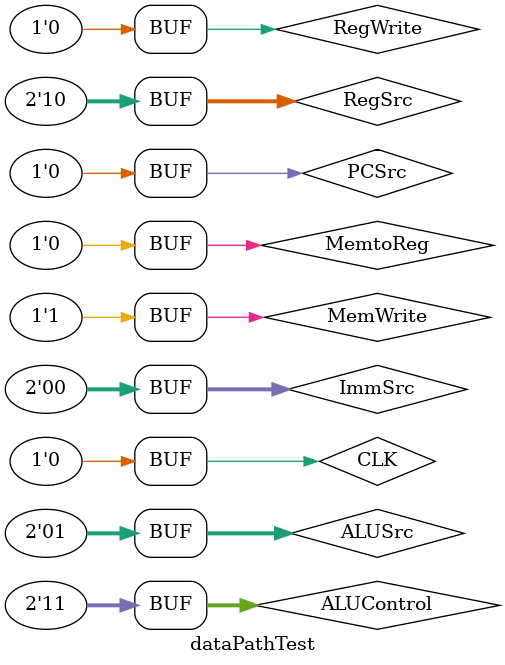
<source format=v>
`timescale 1ns / 1ps


module dataPathTest;

	// Inputs
	reg CLK;
	reg PCSrc;
	reg MemtoReg;
	reg MemWrite;
	reg [1:0] ALUControl;
	reg [1:0] ALUSrc;
	reg [1:0] ImmSrc;
	reg RegWrite;
	reg [1:0] RegSrc;

	// Outputs
	wire [3:0] ALUFlags;
	wire [31:0] Instr;
	wire [31:0] ReadData;
	wire [31:0] RD2;
	wire [31:0] ALUResult;
	wire [31:0] SrcB;
	wire [31:0] RD1;
	wire [3:0] RA1;

	// Instantiate the Unit Under Test (UUT)
	MicroProcessor uut (
		.CLK(CLK), 
		.PCSrc(PCSrc), 
		.MemtoReg(MemtoReg), 
		.MemWrite(MemWrite), 
		.ALUControl(ALUControl), 
		.ALUSrc(ALUSrc), 
		.ImmSrc(ImmSrc), 
		.RegWrite(RegWrite), 
		.RegSrc(RegSrc), 
		.ALUFlags(ALUFlags), 
		.Instr(Instr), 
		.ReadData(ReadData), 
		.RD2(RD2), 
		.ALUResult(ALUResult), 
		.SrcB(SrcB), 
		.RD1(RD1), 
		.RA1(RA1)
	);

	initial begin
		// Initialize Inputs
		CLK = 0;
		PCSrc = 0;
		MemtoReg = 0;
		MemWrite = 0;
		ALUControl = 0;
		ALUSrc = 0;
		ImmSrc = 0;
		RegWrite = 0;
		RegSrc = 0;

		// Wait 100 ns for global reset to finish
		#100;
		
		
		CLK = 1;
		PCSrc = 0;
		MemtoReg = 0;
		MemWrite = 1;
		ALUControl = 2'b11;
		ALUSrc = 1;
		ImmSrc = 2'b00;
		RegWrite = 0;
		RegSrc = 2'b10;		
		
		#50 CLK = 0;
		
		#50 CLK = 1;
		PCSrc = 0;
		MemtoReg = 0;
		MemWrite = 1;
		ALUControl = 2'b11;
		ALUSrc = 1;
		ImmSrc = 2'b00;
		RegWrite = 0;
		RegSrc = 2'b10;		
		#50 CLK = 0;
        
		// Add stimulus here

	end
      
endmodule


</source>
